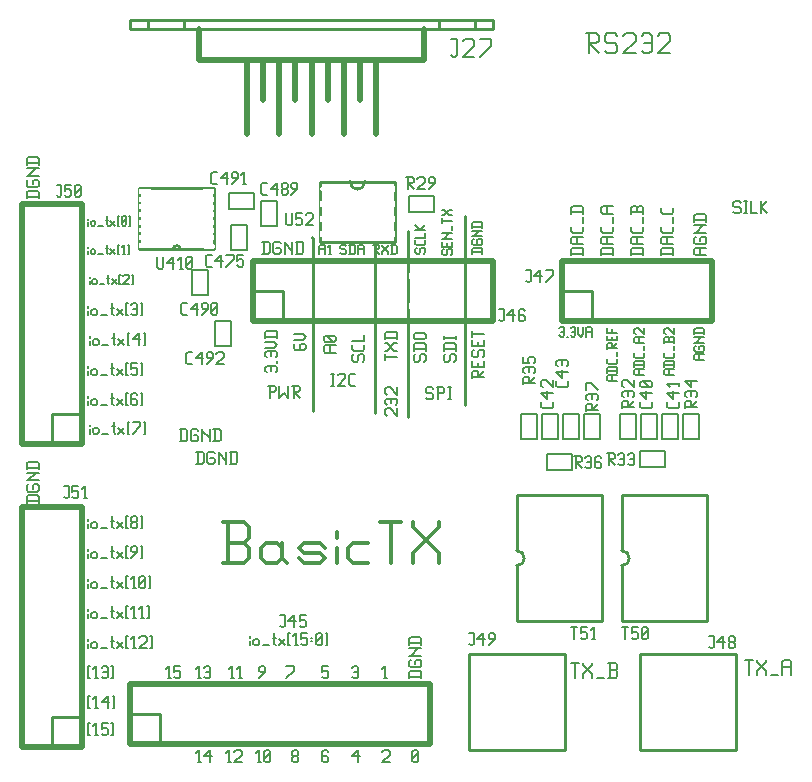
<source format=gbr>
G04 Title: TX Daughterboard, silkscreen, component side *
G04 Creator: pcb-bin 1.99p *
G04 CreationDate: Thu Dec 30 02:16:24 2004 UTC *
G04 For: matt *
G04 Format: Gerber/RS-274X *
G04 PCB-Dimensions: 275000 250000 *
G04 PCB-Coordinate-Origin: lower left *
%MOIN*%
%FSLAX24Y24*%
%IPPOS*%
%ADD11C,0.0100*%
%ADD12C,0.0160*%
%ADD13C,0.0460*%
%ADD14C,0.0220*%
%ADD15R,0.0160X0.0160*%
%ADD16R,0.0460X0.0460*%
%ADD17R,0.0220X0.0220*%
%ADD18C,0.0080*%
%ADD19R,0.0600X0.0600*%
%ADD20R,0.0660X0.0660*%
%ADD21R,0.0900X0.0900X0.0600X0.0600*%
%ADD22R,0.0900X0.0900*%
%ADD23C,0.0600*%
%ADD24C,0.0660*%
%ADD25C,0.0900X0.0600*%
%ADD26C,0.0900*%
%ADD27C,0.0125*%
%AMTHERM1*7,0,0,0.0900,0.0600,0.0125,45*%
%ADD28THERM1*%
%ADD29C,0.1300*%
%ADD30C,0.1360*%
%ADD31C,0.1600X0.1300*%
%ADD32C,0.1600*%
%ADD33C,0.0200*%
%ADD34R,0.0240X0.0240*%
%ADD35R,0.0440X0.0440*%
%ADD36R,0.0300X0.0300*%
%ADD37C,0.0060*%
%AMTHERM2*7,0,0,0.0900,0.0600,0.0100,45*%
%ADD38THERM2*%
%ADD39R,0.0540X0.0540*%
%ADD40R,0.0650X0.0650*%
%ADD41R,0.0950X0.0950*%
%ADD42C,0.1200X0.0900*%
%ADD43C,0.1200*%
%ADD44C,0.0150*%
%AMTHERM3*7,0,0,0.1200,0.0900,0.0150,45*%
%ADD45THERM3*%
%ADD46C,0.0720*%
%ADD47C,0.0920X0.0720*%
%ADD48C,0.0920*%
%ADD49C,0.0240*%
%ADD50C,0.0340*%
%ADD51C,0.0500*%
%ADD52R,0.0200X0.0200*%
%ADD53R,0.0500X0.0500*%
%ADD54C,0.0137*%
%ADD55C,0.1320*%
%ADD56C,0.1520*%
%ADD57C,0.1520X0.1320*%
%ADD58C,0.0400*%
%ADD59C,0.0600X0.0400*%
%AMTHERM4*7,0,0,0.0600,0.0400,0.0100,45*%
%ADD60THERM4*%
%ADD61C,0.0800*%
%ADD62C,0.0800X0.0600*%
%AMTHERM5*7,0,0,0.0800,0.0600,0.0160,45*%
%ADD63THERM5*%
%LNGROUP_3*%
%LPD*%
G01X0Y0D02*
G54D11*X5430Y17300D02*X6800D01*
X4300D02*X5670D01*
X4300Y19340D02*Y17300D01*
Y19340D02*X6800D01*
Y17300D01*
X5670D02*G75*G03X5430Y17300I-120J0D01*G01*
G04 Text: U410 *
G54D18*X4900Y17050D02*Y16700D01*
X4950Y16650D01*
X5050D01*
X5100Y16700D01*
Y17050D02*Y16700D01*
X5220Y16850D02*X5420Y17050D01*
X5220Y16850D02*X5470D01*
X5420Y17050D02*Y16650D01*
X5640D02*X5740D01*
X5690Y17050D02*Y16650D01*
X5590Y16950D02*X5690Y17050D01*
X5860Y16700D02*X5910Y16650D01*
X5860Y17000D02*Y16700D01*
Y17000D02*X5910Y17050D01*
X6010D01*
X6060Y17000D01*
Y16700D01*
X6010Y16650D02*X6060Y16700D01*
X5910Y16650D02*X6010D01*
X5860Y16750D02*X6060Y16950D01*
G54D11*X16100Y24950D02*Y24650D01*
X3980D02*X16100D01*
X3980Y24950D02*Y24650D01*
Y24950D02*X16100D01*
X15500D02*Y24650D01*
X14300Y24950D02*Y24650D01*
X4580Y24950D02*Y24650D01*
X5780Y24950D02*Y24650D01*
G54D33*X13800D02*Y23600D01*
X6280D02*X13800D01*
X6280Y24650D02*Y23600D01*
G54D11*Y24650D02*X13800D01*
G54D33*X12200Y23600D02*Y21140D01*
X11120Y23600D02*Y21140D01*
X10040Y23600D02*Y21140D01*
X8960Y23600D02*Y21140D01*
X7880Y23600D02*Y21140D01*
X11660Y23600D02*Y22260D01*
X10580Y23600D02*Y22260D01*
X9500Y23600D02*Y22260D01*
X8420Y23600D02*Y22260D01*
G04 Text: J27 *
G54D18*X14680Y24300D02*X14905D01*
Y23775D01*
X14830Y23700D02*X14905Y23775D01*
X14755Y23700D02*X14830D01*
X14680Y23775D02*X14755Y23700D01*
X15085Y24225D02*X15160Y24300D01*
X15385D01*
X15460Y24225D01*
Y24075D01*
X15085Y23700D02*X15460Y24075D01*
X15085Y23700D02*X15460D01*
X15640D02*X16015Y24075D01*
Y24300D02*Y24075D01*
X15640Y24300D02*X16015D01*
G54D37*X6820Y14920D02*X7360D01*
X6820D02*Y14080D01*
X7360D01*
Y14920D02*Y14080D01*
G04 Text: C492 *
G54D18*X5910Y13470D02*X6060D01*
X5860Y13520D02*X5910Y13470D01*
X5860Y13820D02*Y13520D01*
Y13820D02*X5910Y13870D01*
X6060D01*
X6180Y13670D02*X6380Y13870D01*
X6180Y13670D02*X6430D01*
X6380Y13870D02*Y13470D01*
X6550D02*X6750Y13670D01*
Y13820D02*Y13670D01*
X6700Y13870D02*X6750Y13820D01*
X6600Y13870D02*X6700D01*
X6550Y13820D02*X6600Y13870D01*
X6550Y13820D02*Y13720D01*
X6600Y13670D01*
X6750D01*
X6870Y13820D02*X6920Y13870D01*
X7070D01*
X7120Y13820D01*
Y13720D01*
X6870Y13470D02*X7120Y13720D01*
X6870Y13470D02*X7120D01*
G54D37*X8340Y18080D02*X8880D01*
Y18920D02*Y18080D01*
X8340Y18920D02*X8880D01*
X8340D02*Y18080D01*
G04 Text: C489 *
G54D18*X8410Y19120D02*X8560D01*
X8360Y19170D02*X8410Y19120D01*
X8360Y19470D02*Y19170D01*
Y19470D02*X8410Y19520D01*
X8560D01*
X8680Y19320D02*X8880Y19520D01*
X8680Y19320D02*X8930D01*
X8880Y19520D02*Y19120D01*
X9050Y19170D02*X9100Y19120D01*
X9050Y19270D02*Y19170D01*
Y19270D02*X9100Y19320D01*
X9200D01*
X9250Y19270D01*
Y19170D01*
X9200Y19120D02*X9250Y19170D01*
X9100Y19120D02*X9200D01*
X9050Y19370D02*X9100Y19320D01*
X9050Y19470D02*Y19370D01*
Y19470D02*X9100Y19520D01*
X9200D01*
X9250Y19470D01*
Y19370D01*
X9200Y19320D02*X9250Y19370D01*
X9370Y19120D02*X9570Y19320D01*
Y19470D02*Y19320D01*
X9520Y19520D02*X9570Y19470D01*
X9420Y19520D02*X9520D01*
X9370Y19470D02*X9420Y19520D01*
X9370Y19470D02*Y19370D01*
X9420Y19320D01*
X9570D01*
G54D37*X7340Y17280D02*X7880D01*
Y18120D02*Y17280D01*
X7340Y18120D02*X7880D01*
X7340D02*Y17280D01*
G04 Text: C475 *
G54D18*X6560Y16720D02*X6710D01*
X6510Y16770D02*X6560Y16720D01*
X6510Y17070D02*Y16770D01*
Y17070D02*X6560Y17120D01*
X6710D01*
X6830Y16920D02*X7030Y17120D01*
X6830Y16920D02*X7080D01*
X7030Y17120D02*Y16720D01*
X7200D02*X7450Y16970D01*
Y17120D02*Y16970D01*
X7200Y17120D02*X7450D01*
X7570D02*X7770D01*
X7570D02*Y16920D01*
X7620Y16970D01*
X7720D01*
X7770Y16920D01*
Y16770D01*
X7720Y16720D02*X7770Y16770D01*
X7620Y16720D02*X7720D01*
X7570Y16770D02*X7620Y16720D01*
G54D37*X7280Y19180D02*Y18640D01*
X8120D01*
Y19180D01*
X7280D01*
G04 Text: C491 *
G54D18*X6740Y19470D02*X6890D01*
X6690Y19520D02*X6740Y19470D01*
X6690Y19820D02*Y19520D01*
Y19820D02*X6740Y19870D01*
X6890D01*
X7010Y19670D02*X7210Y19870D01*
X7010Y19670D02*X7260D01*
X7210Y19870D02*Y19470D01*
X7380D02*X7580Y19670D01*
Y19820D02*Y19670D01*
X7530Y19870D02*X7580Y19820D01*
X7430Y19870D02*X7530D01*
X7380Y19820D02*X7430Y19870D01*
X7380Y19820D02*Y19720D01*
X7430Y19670D01*
X7580D01*
X7750Y19470D02*X7850D01*
X7800Y19870D02*Y19470D01*
X7700Y19770D02*X7800Y19870D01*
G54D37*X6040Y16620D02*X6580D01*
X6040D02*Y15780D01*
X6580D01*
Y16620D02*Y15780D01*
G04 Text: C490 *
G54D18*X5740Y15120D02*X5890D01*
X5690Y15170D02*X5740Y15120D01*
X5690Y15470D02*Y15170D01*
Y15470D02*X5740Y15520D01*
X5890D01*
X6010Y15320D02*X6210Y15520D01*
X6010Y15320D02*X6260D01*
X6210Y15520D02*Y15120D01*
X6380D02*X6580Y15320D01*
Y15470D02*Y15320D01*
X6530Y15520D02*X6580Y15470D01*
X6430Y15520D02*X6530D01*
X6380Y15470D02*X6430Y15520D01*
X6380Y15470D02*Y15370D01*
X6430Y15320D01*
X6580D01*
X6700Y15170D02*X6750Y15120D01*
X6700Y15470D02*Y15170D01*
Y15470D02*X6750Y15520D01*
X6850D01*
X6900Y15470D01*
Y15170D01*
X6850Y15120D02*X6900Y15170D01*
X6750Y15120D02*X6850D01*
X6700Y15220D02*X6900Y15420D01*
G54D33*X2400Y8700D02*Y700D01*
X400Y8700D02*X2400D01*
X400D02*Y700D01*
X2400D01*
G54D11*X1400Y1700D02*X2400D01*
X1400D02*Y700D01*
G04 Text: J51 *
G54D18*X1800Y9400D02*X1950D01*
Y9050D01*
X1900Y9000D02*X1950Y9050D01*
X1850Y9000D02*X1900D01*
X1800Y9050D02*X1850Y9000D01*
X2070Y9400D02*X2270D01*
X2070D02*Y9200D01*
X2120Y9250D01*
X2220D01*
X2270Y9200D01*
Y9050D01*
X2220Y9000D02*X2270Y9050D01*
X2120Y9000D02*X2220D01*
X2070Y9050D02*X2120Y9000D01*
X2440D02*X2540D01*
X2490Y9400D02*Y9000D01*
X2390Y9300D02*X2490Y9400D01*
G54D33*X2400Y18800D02*Y10800D01*
X400Y18800D02*X2400D01*
X400D02*Y10800D01*
X2400D01*
G54D11*X1400Y11800D02*X2400D01*
X1400D02*Y10800D01*
G04 Text: J50 *
G54D18*X1550Y19450D02*X1700D01*
Y19100D01*
X1650Y19050D02*X1700Y19100D01*
X1600Y19050D02*X1650D01*
X1550Y19100D02*X1600Y19050D01*
X1820Y19450D02*X2020D01*
X1820D02*Y19250D01*
X1870Y19300D01*
X1970D01*
X2020Y19250D01*
Y19100D01*
X1970Y19050D02*X2020Y19100D01*
X1870Y19050D02*X1970D01*
X1820Y19100D02*X1870Y19050D01*
X2140Y19100D02*X2190Y19050D01*
X2140Y19400D02*Y19100D01*
Y19400D02*X2190Y19450D01*
X2290D01*
X2340Y19400D01*
Y19100D01*
X2290Y19050D02*X2340Y19100D01*
X2190Y19050D02*X2290D01*
X2140Y19150D02*X2340Y19350D01*
G54D11*X4000Y1800D02*X5000D01*
Y800D01*
G54D33*X4000Y2800D02*Y800D01*
Y2800D02*X14000D01*
Y800D01*
X4000D02*X14000D01*
G04 Text: J45 *
G54D18*X9000Y5100D02*X9150D01*
Y4750D01*
X9100Y4700D02*X9150Y4750D01*
X9050Y4700D02*X9100D01*
X9000Y4750D02*X9050Y4700D01*
X9270Y4900D02*X9470Y5100D01*
X9270Y4900D02*X9520D01*
X9470Y5100D02*Y4700D01*
X9640Y5100D02*X9840D01*
X9640D02*Y4900D01*
X9690Y4950D01*
X9790D01*
X9840Y4900D01*
Y4750D01*
X9790Y4700D02*X9840Y4750D01*
X9690Y4700D02*X9790D01*
X9640Y4750D02*X9690Y4700D01*
G54D37*X22430Y11820D02*Y10980D01*
Y11820D02*X22970D01*
Y10980D01*
X22430D02*X22970D01*
G04 Text: R34 *
G54D18*X22500Y12200D02*Y12000D01*
Y12200D02*X22550Y12250D01*
X22650D01*
X22700Y12200D02*X22650Y12250D01*
X22700Y12200D02*Y12050D01*
X22500D02*X22900D01*
X22700D02*X22900Y12250D01*
X22550Y12370D02*X22500Y12420D01*
Y12520D02*Y12420D01*
Y12520D02*X22550Y12570D01*
X22850D01*
X22900Y12520D02*X22850Y12570D01*
X22900Y12520D02*Y12420D01*
X22850Y12370D02*X22900Y12420D01*
X22700Y12570D02*Y12420D01*
Y12690D02*X22500Y12890D01*
X22700Y12940D02*Y12690D01*
X22500Y12890D02*X22900D01*
G54D11*X16880Y9100D02*Y7250D01*
Y6750D02*Y4900D01*
Y9100D02*X19720D01*
Y4900D01*
X16880D02*X19720D01*
X16880Y6750D02*G75*G03X16880Y7250I0J250D01*G01*
G04 Text: T51 *
G54D18*X18700Y4700D02*X18900D01*
X18800D02*Y4300D01*
X19020Y4700D02*X19220D01*
X19020D02*Y4500D01*
X19070Y4550D01*
X19170D01*
X19220Y4500D01*
Y4350D01*
X19170Y4300D02*X19220Y4350D01*
X19070Y4300D02*X19170D01*
X19020Y4350D02*X19070Y4300D01*
X19390D02*X19490D01*
X19440Y4700D02*Y4300D01*
X19340Y4600D02*X19440Y4700D01*
G54D37*X20980Y10570D02*X21820D01*
Y10030D01*
X20980D02*X21820D01*
X20980Y10570D02*Y10030D01*
G04 Text: R33 *
G54D18*X19900Y10500D02*X20100D01*
X20150Y10450D01*
Y10350D01*
X20100Y10300D02*X20150Y10350D01*
X19950Y10300D02*X20100D01*
X19950Y10500D02*Y10100D01*
Y10300D02*X20150Y10100D01*
X20270Y10450D02*X20320Y10500D01*
X20420D01*
X20470Y10450D01*
Y10150D01*
X20420Y10100D02*X20470Y10150D01*
X20320Y10100D02*X20420D01*
X20270Y10150D02*X20320Y10100D01*
Y10300D02*X20470D01*
X20590Y10450D02*X20640Y10500D01*
X20740D01*
X20790Y10450D01*
Y10150D01*
X20740Y10100D02*X20790Y10150D01*
X20640Y10100D02*X20740D01*
X20590Y10150D02*X20640Y10100D01*
Y10300D02*X20790D01*
G54D37*X21030Y11820D02*Y10980D01*
Y11820D02*X21570D01*
Y10980D01*
X21030D02*X21570D01*
G04 Text: C40 *
G54D18*X21400Y12200D02*Y12050D01*
X21350Y12000D02*X21400Y12050D01*
X21050Y12000D02*X21350D01*
X21050D02*X21000Y12050D01*
Y12200D02*Y12050D01*
X21200Y12320D02*X21000Y12520D01*
X21200Y12570D02*Y12320D01*
X21000Y12520D02*X21400D01*
X21350Y12690D02*X21400Y12740D01*
X21050Y12690D02*X21350D01*
X21050D02*X21000Y12740D01*
Y12840D02*Y12740D01*
Y12840D02*X21050Y12890D01*
X21350D01*
X21400Y12840D02*X21350Y12890D01*
X21400Y12840D02*Y12740D01*
X21300Y12690D02*X21100Y12890D01*
G54D37*X20330Y11820D02*Y10980D01*
Y11820D02*X20870D01*
Y10980D01*
X20330D02*X20870D01*
G04 Text: R32 *
G54D18*X20400Y12200D02*Y12000D01*
Y12200D02*X20450Y12250D01*
X20550D01*
X20600Y12200D02*X20550Y12250D01*
X20600Y12200D02*Y12050D01*
X20400D02*X20800D01*
X20600D02*X20800Y12250D01*
X20450Y12370D02*X20400Y12420D01*
Y12520D02*Y12420D01*
Y12520D02*X20450Y12570D01*
X20750D01*
X20800Y12520D02*X20750Y12570D01*
X20800Y12520D02*Y12420D01*
X20750Y12370D02*X20800Y12420D01*
X20600Y12570D02*Y12420D01*
X20450Y12690D02*X20400Y12740D01*
Y12890D02*Y12740D01*
Y12890D02*X20450Y12940D01*
X20550D01*
X20800Y12690D02*X20550Y12940D01*
X20800D02*Y12690D01*
G54D37*X19130Y11820D02*Y10980D01*
Y11820D02*X19670D01*
Y10980D01*
X19130D02*X19670D01*
G04 Text: R37 *
G54D18*X19200Y12100D02*Y11900D01*
Y12100D02*X19250Y12150D01*
X19350D01*
X19400Y12100D02*X19350Y12150D01*
X19400Y12100D02*Y11950D01*
X19200D02*X19600D01*
X19400D02*X19600Y12150D01*
X19250Y12270D02*X19200Y12320D01*
Y12420D02*Y12320D01*
Y12420D02*X19250Y12470D01*
X19550D01*
X19600Y12420D02*X19550Y12470D01*
X19600Y12420D02*Y12320D01*
X19550Y12270D02*X19600Y12320D01*
X19400Y12470D02*Y12320D01*
X19600Y12590D02*X19350Y12840D01*
X19200D02*X19350D01*
X19200D02*Y12590D01*
G54D37*X17730Y11820D02*Y10980D01*
Y11820D02*X18270D01*
Y10980D01*
X17730D02*X18270D01*
G04 Text: C42 *
G54D18*X18100Y12200D02*Y12050D01*
X18050Y12000D02*X18100Y12050D01*
X17750Y12000D02*X18050D01*
X17750D02*X17700Y12050D01*
Y12200D02*Y12050D01*
X17900Y12320D02*X17700Y12520D01*
X17900Y12570D02*Y12320D01*
X17700Y12520D02*X18100D01*
X17750Y12690D02*X17700Y12740D01*
Y12890D02*Y12740D01*
Y12890D02*X17750Y12940D01*
X17850D01*
X18100Y12690D02*X17850Y12940D01*
X18100D02*Y12690D01*
G54D37*X17030Y11820D02*Y10980D01*
Y11820D02*X17570D01*
Y10980D01*
X17030D02*X17570D01*
G04 Text: R35 *
G54D18*X17100Y13000D02*Y12800D01*
Y13000D02*X17150Y13050D01*
X17250D01*
X17300Y13000D02*X17250Y13050D01*
X17300Y13000D02*Y12850D01*
X17100D02*X17500D01*
X17300D02*X17500Y13050D01*
X17150Y13170D02*X17100Y13220D01*
Y13320D02*Y13220D01*
Y13320D02*X17150Y13370D01*
X17450D01*
X17500Y13320D02*X17450Y13370D01*
X17500Y13320D02*Y13220D01*
X17450Y13170D02*X17500Y13220D01*
X17300Y13370D02*Y13220D01*
X17100Y13690D02*Y13490D01*
X17300D01*
X17250Y13540D01*
Y13640D02*Y13540D01*
Y13640D02*X17300Y13690D01*
X17450D01*
X17500Y13640D02*X17450Y13690D01*
X17500Y13640D02*Y13540D01*
X17450Y13490D02*X17500Y13540D01*
G54D37*X18430Y11820D02*Y10980D01*
Y11820D02*X18970D01*
Y10980D01*
X18430D02*X18970D01*
G04 Text: C43 *
G54D18*X18600Y12900D02*Y12750D01*
X18550Y12700D02*X18600Y12750D01*
X18250Y12700D02*X18550D01*
X18250D02*X18200Y12750D01*
Y12900D02*Y12750D01*
X18400Y13020D02*X18200Y13220D01*
X18400Y13270D02*Y13020D01*
X18200Y13220D02*X18600D01*
X18250Y13390D02*X18200Y13440D01*
Y13540D02*Y13440D01*
Y13540D02*X18250Y13590D01*
X18550D01*
X18600Y13540D02*X18550Y13590D01*
X18600Y13540D02*Y13440D01*
X18550Y13390D02*X18600Y13440D01*
X18400Y13590D02*Y13440D01*
G54D33*Y14900D02*X23400D01*
Y16900D02*Y14900D01*
X18400Y16900D02*X23400D01*
X18400D02*Y14900D01*
G54D11*X19400Y15900D02*Y14900D01*
X18400Y15900D02*X19400D01*
G04 Text: J47 *
G54D18*X17200Y16600D02*X17350D01*
Y16250D01*
X17300Y16200D02*X17350Y16250D01*
X17250Y16200D02*X17300D01*
X17200Y16250D02*X17250Y16200D01*
X17470Y16400D02*X17670Y16600D01*
X17470Y16400D02*X17720D01*
X17670Y16600D02*Y16200D01*
X17840D02*X18090Y16450D01*
Y16600D02*Y16450D01*
X17840Y16600D02*X18090D01*
G54D37*X17880Y10470D02*X18720D01*
Y9930D01*
X17880D02*X18720D01*
X17880Y10470D02*Y9930D01*
G04 Text: R36 *
G54D18*X18800Y10400D02*X19000D01*
X19050Y10350D01*
Y10250D01*
X19000Y10200D02*X19050Y10250D01*
X18850Y10200D02*X19000D01*
X18850Y10400D02*Y10000D01*
Y10200D02*X19050Y10000D01*
X19170Y10350D02*X19220Y10400D01*
X19320D01*
X19370Y10350D01*
Y10050D01*
X19320Y10000D02*X19370Y10050D01*
X19220Y10000D02*X19320D01*
X19170Y10050D02*X19220Y10000D01*
Y10200D02*X19370D01*
X19640Y10400D02*X19690Y10350D01*
X19540Y10400D02*X19640D01*
X19490Y10350D02*X19540Y10400D01*
X19490Y10350D02*Y10050D01*
X19540Y10000D01*
X19640Y10200D02*X19690Y10150D01*
X19490Y10200D02*X19640D01*
X19540Y10000D02*X19640D01*
X19690Y10050D01*
Y10150D02*Y10050D01*
G54D11*X21000Y600D02*Y3800D01*
X24200Y600D02*X21000D01*
X24200Y3800D02*Y600D01*
X21000Y3800D02*X24200D01*
G04 Text: J48 *
G54D18*X23300Y4400D02*X23450D01*
Y4050D01*
X23400Y4000D02*X23450Y4050D01*
X23350Y4000D02*X23400D01*
X23300Y4050D02*X23350Y4000D01*
X23570Y4200D02*X23770Y4400D01*
X23570Y4200D02*X23820D01*
X23770Y4400D02*Y4000D01*
X23940Y4050D02*X23990Y4000D01*
X23940Y4150D02*Y4050D01*
Y4150D02*X23990Y4200D01*
X24090D01*
X24140Y4150D01*
Y4050D01*
X24090Y4000D02*X24140Y4050D01*
X23990Y4000D02*X24090D01*
X23940Y4250D02*X23990Y4200D01*
X23940Y4350D02*Y4250D01*
Y4350D02*X23990Y4400D01*
X24090D01*
X24140Y4350D01*
Y4250D01*
X24090Y4200D02*X24140Y4250D01*
G54D11*X20380Y9100D02*Y7250D01*
Y6750D02*Y4900D01*
Y9100D02*X23220D01*
Y4900D01*
X20380D02*X23220D01*
X20380Y6750D02*G75*G03X20380Y7250I0J250D01*G01*
G04 Text: T50 *
G54D18*X20400Y4700D02*X20600D01*
X20500D02*Y4300D01*
X20720Y4700D02*X20920D01*
X20720D02*Y4500D01*
X20770Y4550D01*
X20870D01*
X20920Y4500D01*
Y4350D01*
X20870Y4300D02*X20920Y4350D01*
X20770Y4300D02*X20870D01*
X20720Y4350D02*X20770Y4300D01*
X21040Y4350D02*X21090Y4300D01*
X21040Y4650D02*Y4350D01*
Y4650D02*X21090Y4700D01*
X21190D01*
X21240Y4650D01*
Y4350D01*
X21190Y4300D02*X21240Y4350D01*
X21090Y4300D02*X21190D01*
X21040Y4400D02*X21240Y4600D01*
G54D33*X8100Y14900D02*X16100D01*
Y16900D02*Y14900D01*
X8100Y16900D02*X16100D01*
X8100D02*Y14900D01*
G54D11*X9100Y15900D02*Y14900D01*
X8100Y15900D02*X9100D01*
G04 Text: J46 *
G54D18*X16300Y15300D02*X16450D01*
Y14950D01*
X16400Y14900D02*X16450Y14950D01*
X16350Y14900D02*X16400D01*
X16300Y14950D02*X16350Y14900D01*
X16570Y15100D02*X16770Y15300D01*
X16570Y15100D02*X16820D01*
X16770Y15300D02*Y14900D01*
X17090Y15300D02*X17140Y15250D01*
X16990Y15300D02*X17090D01*
X16940Y15250D02*X16990Y15300D01*
X16940Y15250D02*Y14950D01*
X16990Y14900D01*
X17090Y15100D02*X17140Y15050D01*
X16940Y15100D02*X17090D01*
X16990Y14900D02*X17090D01*
X17140Y14950D01*
Y15050D02*Y14950D01*
G54D11*X15300Y600D02*Y3800D01*
X18500Y600D02*X15300D01*
X18500Y3800D02*Y600D01*
X15300Y3800D02*X18500D01*
G04 Text: J49 *
G54D18*X15300Y4500D02*X15450D01*
Y4150D01*
X15400Y4100D02*X15450Y4150D01*
X15350Y4100D02*X15400D01*
X15300Y4150D02*X15350Y4100D01*
X15570Y4300D02*X15770Y4500D01*
X15570Y4300D02*X15820D01*
X15770Y4500D02*Y4100D01*
X15940D02*X16140Y4300D01*
Y4450D02*Y4300D01*
X16090Y4500D02*X16140Y4450D01*
X15990Y4500D02*X16090D01*
X15940Y4450D02*X15990Y4500D01*
X15940Y4450D02*Y4350D01*
X15990Y4300D01*
X16140D01*
G54D37*X21730Y11820D02*Y10980D01*
Y11820D02*X22270D01*
Y10980D01*
X21730D02*X22270D01*
G04 Text: C41 *
G54D18*X22300Y12200D02*Y12050D01*
X22250Y12000D02*X22300Y12050D01*
X21950Y12000D02*X22250D01*
X21950D02*X21900Y12050D01*
Y12200D02*Y12050D01*
X22100Y12320D02*X21900Y12520D01*
X22100Y12570D02*Y12320D01*
X21900Y12520D02*X22300D01*
Y12840D02*Y12740D01*
X21900Y12790D02*X22300D01*
X22000Y12690D02*X21900Y12790D01*
G54D37*X14120Y19070D02*Y18530D01*
X13280Y19070D02*X14120D01*
X13280D02*Y18530D01*
X14120D01*
G04 Text: R29 *
G54D18*X13200Y19700D02*X13400D01*
X13450Y19650D01*
Y19550D01*
X13400Y19500D02*X13450Y19550D01*
X13250Y19500D02*X13400D01*
X13250Y19700D02*Y19300D01*
Y19500D02*X13450Y19300D01*
X13570Y19650D02*X13620Y19700D01*
X13770D01*
X13820Y19650D01*
Y19550D01*
X13570Y19300D02*X13820Y19550D01*
X13570Y19300D02*X13820D01*
X13940D02*X14140Y19500D01*
Y19650D02*Y19500D01*
X14090Y19700D02*X14140Y19650D01*
X13990Y19700D02*X14090D01*
X13940Y19650D02*X13990Y19700D01*
X13940Y19650D02*Y19550D01*
X13990Y19500D01*
X14140D01*
G54D11*X10310Y19550D02*Y17550D01*
X12830D01*
Y19550D02*Y17550D01*
X11320Y19550D02*X12830D01*
X10310D02*X11820D01*
X11320D02*G75*G03X11820Y19550I250J0D01*G01*
G04 Text: U52 *
G54D18*X9200Y18500D02*Y18150D01*
X9250Y18100D01*
X9350D01*
X9400Y18150D01*
Y18500D02*Y18150D01*
X9520Y18500D02*X9720D01*
X9520D02*Y18300D01*
X9570Y18350D01*
X9670D01*
X9720Y18300D01*
Y18150D01*
X9670Y18100D02*X9720Y18150D01*
X9570Y18100D02*X9670D01*
X9520Y18150D02*X9570Y18100D01*
X9840Y18450D02*X9890Y18500D01*
X10040D01*
X10090Y18450D01*
Y18350D01*
X9840Y18100D02*X10090Y18350D01*
X9840Y18100D02*X10090D01*
G54D11*X15150Y12100D02*Y18400D01*
X13250Y11700D02*Y17900D01*
X12150Y11850D02*Y17450D01*
X10100Y17650D02*X10050Y17700D01*
X10100Y11900D02*Y17650D01*
G04 Text: 232 *
G54D18*X12550Y11750D02*X12500Y11800D01*
Y11950D02*Y11800D01*
Y11950D02*X12550Y12000D01*
X12650D01*
X12900Y11750D02*X12650Y12000D01*
X12900D02*Y11750D01*
X12550Y12120D02*X12500Y12170D01*
Y12270D02*Y12170D01*
Y12270D02*X12550Y12320D01*
X12850D01*
X12900Y12270D02*X12850Y12320D01*
X12900Y12270D02*Y12170D01*
X12850Y12120D02*X12900Y12170D01*
X12700Y12320D02*Y12170D01*
X12550Y12440D02*X12500Y12490D01*
Y12640D02*Y12490D01*
Y12640D02*X12550Y12690D01*
X12650D01*
X12900Y12440D02*X12650Y12690D01*
X12900D02*Y12440D01*
G04 Text: SPI *
X14050Y12700D02*X14100Y12650D01*
X13900Y12700D02*X14050D01*
X13850Y12650D02*X13900Y12700D01*
X13850Y12650D02*Y12550D01*
X13900Y12500D01*
X14050D01*
X14100Y12450D01*
Y12350D01*
X14050Y12300D02*X14100Y12350D01*
X13900Y12300D02*X14050D01*
X13850Y12350D02*X13900Y12300D01*
X14270Y12700D02*Y12300D01*
X14220Y12700D02*X14420D01*
X14470Y12650D01*
Y12550D01*
X14420Y12500D02*X14470Y12550D01*
X14270Y12500D02*X14420D01*
X14590Y12700D02*X14690D01*
X14640D02*Y12300D01*
X14590D02*X14690D01*
G04 Text: I2C *
X10700Y13150D02*X10800D01*
X10750D02*Y12750D01*
X10700D02*X10800D01*
X10920Y13100D02*X10970Y13150D01*
X11120D01*
X11170Y13100D01*
Y13000D01*
X10920Y12750D02*X11170Y13000D01*
X10920Y12750D02*X11170D01*
X11340D02*X11490D01*
X11290Y12800D02*X11340Y12750D01*
X11290Y13100D02*Y12800D01*
Y13100D02*X11340Y13150D01*
X11490D01*
G04 Text: PWR *
X8650Y12750D02*Y12350D01*
X8600Y12750D02*X8800D01*
X8850Y12700D01*
Y12600D01*
X8800Y12550D02*X8850Y12600D01*
X8650Y12550D02*X8800D01*
X8970Y12750D02*Y12350D01*
X9120Y12500D01*
X9270Y12350D01*
Y12750D02*Y12350D01*
X9390Y12750D02*X9590D01*
X9640Y12700D01*
Y12600D01*
X9590Y12550D02*X9640Y12600D01*
X9440Y12550D02*X9590D01*
X9440Y12750D02*Y12350D01*
Y12550D02*X9640Y12350D01*
G04 Text: SDA *
X11156Y17450D02*X11195Y17411D01*
X11039Y17450D02*X11156D01*
X11000Y17411D02*X11039Y17450D01*
X11000Y17411D02*Y17333D01*
X11039Y17294D01*
X11156D01*
X11195Y17255D01*
Y17177D01*
X11156Y17138D02*X11195Y17177D01*
X11039Y17138D02*X11156D01*
X11000Y17177D02*X11039Y17138D01*
X11327Y17450D02*Y17138D01*
X11444Y17450D02*X11483Y17411D01*
Y17177D01*
X11444Y17138D02*X11483Y17177D01*
X11288Y17138D02*X11444D01*
X11288Y17450D02*X11444D01*
X11577Y17411D02*Y17138D01*
Y17411D02*X11616Y17450D01*
X11733D01*
X11772Y17411D01*
Y17138D01*
X11577Y17294D02*X11772D01*
G04 Text: A1 *
X10300Y17411D02*Y17138D01*
Y17411D02*X10339Y17450D01*
X10456D01*
X10495Y17411D01*
Y17138D01*
X10300Y17294D02*X10495D01*
X10627Y17138D02*X10705D01*
X10666Y17450D02*Y17138D01*
X10588Y17372D02*X10666Y17450D01*
G04 Text: RXD *
X12100D02*X12256D01*
X12295Y17411D01*
Y17333D01*
X12256Y17294D02*X12295Y17333D01*
X12139Y17294D02*X12256D01*
X12139Y17450D02*Y17138D01*
Y17294D02*X12295Y17138D01*
X12388Y17450D02*Y17411D01*
X12583Y17216D01*
Y17138D01*
X12388Y17216D02*Y17138D01*
Y17216D02*X12583Y17411D01*
Y17450D02*Y17411D01*
X12716Y17450D02*Y17138D01*
X12833Y17450D02*X12872Y17411D01*
Y17177D01*
X12833Y17138D02*X12872Y17177D01*
X12677Y17138D02*X12833D01*
X12677Y17450D02*X12833D01*
G04 Text: SCLK *
X13500Y17306D02*X13539Y17345D01*
X13500Y17306D02*Y17189D01*
X13539Y17150D02*X13500Y17189D01*
X13539Y17150D02*X13617D01*
X13656Y17189D01*
Y17306D02*Y17189D01*
Y17306D02*X13695Y17345D01*
X13773D01*
X13812Y17306D02*X13773Y17345D01*
X13812Y17306D02*Y17189D01*
X13773Y17150D02*X13812Y17189D01*
Y17594D02*Y17477D01*
X13773Y17438D02*X13812Y17477D01*
X13539Y17438D02*X13773D01*
X13539D02*X13500Y17477D01*
Y17594D02*Y17477D01*
Y17688D02*X13812D01*
Y17844D02*Y17688D01*
X13500Y17938D02*X13812D01*
X13656D02*X13500Y18094D01*
X13656Y17938D02*X13812Y18094D01*
G04 Text: SEN_TX *
X14400Y17256D02*X14439Y17295D01*
X14400Y17256D02*Y17139D01*
X14439Y17100D02*X14400Y17139D01*
X14439Y17100D02*X14517D01*
X14556Y17139D01*
Y17256D02*Y17139D01*
Y17256D02*X14595Y17295D01*
X14673D01*
X14712Y17256D02*X14673Y17295D01*
X14712Y17256D02*Y17139D01*
X14673Y17100D02*X14712Y17139D01*
X14556Y17505D02*Y17388D01*
X14712Y17544D02*Y17388D01*
X14400D02*X14712D01*
X14400Y17544D02*Y17388D01*
Y17638D02*X14712D01*
X14400D02*X14439D01*
X14634Y17833D01*
X14400D02*X14712D01*
Y18083D02*Y17927D01*
X14400Y18332D02*Y18176D01*
Y18254D02*X14712D01*
X14400Y18426D02*X14439D01*
X14634Y18621D01*
X14712D01*
X14634Y18426D02*X14712D01*
X14634D02*X14439Y18621D01*
X14400D02*X14439D01*
G04 Text: DGND *
X15400Y17189D02*X15712D01*
X15400Y17306D02*X15439Y17345D01*
X15673D01*
X15712Y17306D02*X15673Y17345D01*
X15712Y17306D02*Y17150D01*
X15400Y17306D02*Y17150D01*
Y17594D02*X15439Y17633D01*
X15400Y17594D02*Y17477D01*
X15439Y17438D02*X15400Y17477D01*
X15439Y17438D02*X15673D01*
X15712Y17477D01*
Y17594D02*Y17477D01*
Y17594D02*X15673Y17633D01*
X15595D02*X15673D01*
X15556Y17594D02*X15595Y17633D01*
X15556Y17594D02*Y17516D01*
X15400Y17727D02*X15712D01*
X15400D02*X15439D01*
X15634Y17922D01*
X15400D02*X15712D01*
X15400Y18055D02*X15712D01*
X15400Y18172D02*X15439Y18211D01*
X15673D01*
X15712Y18172D02*X15673Y18211D01*
X15712Y18172D02*Y18016D01*
X15400Y18172D02*Y18016D01*
G04 Text: RESET *
Y13200D02*Y13000D01*
Y13200D02*X15450Y13250D01*
X15550D01*
X15600Y13200D02*X15550Y13250D01*
X15600Y13200D02*Y13050D01*
X15400D02*X15800D01*
X15600D02*X15800Y13250D01*
X15600Y13520D02*Y13370D01*
X15800Y13570D02*Y13370D01*
X15400D02*X15800D01*
X15400Y13570D02*Y13370D01*
Y13890D02*X15450Y13940D01*
X15400Y13890D02*Y13740D01*
X15450Y13690D02*X15400Y13740D01*
X15450Y13690D02*X15550D01*
X15600Y13740D01*
Y13890D02*Y13740D01*
Y13890D02*X15650Y13940D01*
X15750D01*
X15800Y13890D02*X15750Y13940D01*
X15800Y13890D02*Y13740D01*
X15750Y13690D02*X15800Y13740D01*
X15600Y14210D02*Y14060D01*
X15800Y14260D02*Y14060D01*
X15400D02*X15800D01*
X15400Y14260D02*Y14060D01*
Y14580D02*Y14380D01*
Y14480D02*X15800D01*
G04 Text: SDI *
X14450Y13750D02*X14500Y13800D01*
X14450Y13750D02*Y13600D01*
X14500Y13550D02*X14450Y13600D01*
X14500Y13550D02*X14600D01*
X14650Y13600D01*
Y13750D02*Y13600D01*
Y13750D02*X14700Y13800D01*
X14800D01*
X14850Y13750D02*X14800Y13800D01*
X14850Y13750D02*Y13600D01*
X14800Y13550D02*X14850Y13600D01*
X14450Y13970D02*X14850D01*
X14450Y14120D02*X14500Y14170D01*
X14800D01*
X14850Y14120D02*X14800Y14170D01*
X14850Y14120D02*Y13920D01*
X14450Y14120D02*Y13920D01*
Y14390D02*Y14290D01*
Y14340D02*X14850D01*
Y14390D02*Y14290D01*
G04 Text: SDO *
X13450Y13750D02*X13500Y13800D01*
X13450Y13750D02*Y13600D01*
X13500Y13550D02*X13450Y13600D01*
X13500Y13550D02*X13600D01*
X13650Y13600D01*
Y13750D02*Y13600D01*
Y13750D02*X13700Y13800D01*
X13800D01*
X13850Y13750D02*X13800Y13800D01*
X13850Y13750D02*Y13600D01*
X13800Y13550D02*X13850Y13600D01*
X13450Y13970D02*X13850D01*
X13450Y14120D02*X13500Y14170D01*
X13800D01*
X13850Y14120D02*X13800Y14170D01*
X13850Y14120D02*Y13920D01*
X13450Y14120D02*Y13920D01*
X13500Y14290D02*X13800D01*
X13500D02*X13450Y14340D01*
Y14440D02*Y14340D01*
Y14440D02*X13500Y14490D01*
X13800D01*
X13850Y14440D02*X13800Y14490D01*
X13850Y14440D02*Y14340D01*
X13800Y14290D02*X13850Y14340D01*
G04 Text: TXD *
X12500Y13800D02*Y13600D01*
Y13700D02*X12900D01*
X12500Y13920D02*X12550D01*
X12800Y14170D01*
X12900D01*
X12800Y13920D02*X12900D01*
X12800D02*X12550Y14170D01*
X12500D02*X12550D01*
X12500Y14340D02*X12900D01*
X12500Y14490D02*X12550Y14540D01*
X12850D01*
X12900Y14490D02*X12850Y14540D01*
X12900Y14490D02*Y14290D01*
X12500Y14490D02*Y14290D01*
G04 Text: SCL *
X11400Y13750D02*X11450Y13800D01*
X11400Y13750D02*Y13600D01*
X11450Y13550D02*X11400Y13600D01*
X11450Y13550D02*X11550D01*
X11600Y13600D01*
Y13750D02*Y13600D01*
Y13750D02*X11650Y13800D01*
X11750D01*
X11800Y13750D02*X11750Y13800D01*
X11800Y13750D02*Y13600D01*
X11750Y13550D02*X11800Y13600D01*
Y14120D02*Y13970D01*
X11750Y13920D02*X11800Y13970D01*
X11450Y13920D02*X11750D01*
X11450D02*X11400Y13970D01*
Y14120D02*Y13970D01*
Y14240D02*X11800D01*
Y14440D02*Y14240D01*
G04 Text: A0 *
X10500Y13850D02*X10850D01*
X10500D02*X10450Y13900D01*
Y14050D02*Y13900D01*
Y14050D02*X10500Y14100D01*
X10850D01*
X10650D02*Y13850D01*
X10800Y14220D02*X10850Y14270D01*
X10500Y14220D02*X10800D01*
X10500D02*X10450Y14270D01*
Y14370D02*Y14270D01*
Y14370D02*X10500Y14420D01*
X10800D01*
X10850Y14370D02*X10800Y14420D01*
X10850Y14370D02*Y14270D01*
X10750Y14220D02*X10550Y14420D01*
G04 Text: 6V *
X9450Y14100D02*X9500Y14150D01*
X9450Y14100D02*Y14000D01*
X9500Y13950D02*X9450Y14000D01*
X9500Y13950D02*X9800D01*
X9850Y14000D01*
X9650Y14100D02*X9700Y14150D01*
X9650Y14100D02*Y13950D01*
X9850Y14100D02*Y14000D01*
Y14100D02*X9800Y14150D01*
X9700D02*X9800D01*
X9450Y14270D02*X9750D01*
X9850Y14370D01*
X9750Y14470D01*
X9450D02*X9750D01*
G04 Text: 3.3VD *
X8550Y13200D02*X8500Y13250D01*
Y13350D02*Y13250D01*
Y13350D02*X8550Y13400D01*
X8850D01*
X8900Y13350D02*X8850Y13400D01*
X8900Y13350D02*Y13250D01*
X8850Y13200D02*X8900Y13250D01*
X8700Y13400D02*Y13250D01*
X8900Y13570D02*Y13520D01*
X8550Y13690D02*X8500Y13740D01*
Y13840D02*Y13740D01*
Y13840D02*X8550Y13890D01*
X8850D01*
X8900Y13840D02*X8850Y13890D01*
X8900Y13840D02*Y13740D01*
X8850Y13690D02*X8900Y13740D01*
X8700Y13890D02*Y13740D01*
X8500Y14010D02*X8800D01*
X8900Y14110D01*
X8800Y14210D01*
X8500D02*X8800D01*
X8500Y14380D02*X8900D01*
X8500Y14530D02*X8550Y14580D01*
X8850D01*
X8900Y14530D02*X8850Y14580D01*
X8900Y14530D02*Y14330D01*
X8500Y14530D02*Y14330D01*
G04 Text: DGND *
X8450Y17550D02*Y17150D01*
X8600Y17550D02*X8650Y17500D01*
Y17200D01*
X8600Y17150D02*X8650Y17200D01*
X8400Y17150D02*X8600D01*
X8400Y17550D02*X8600D01*
X8970D02*X9020Y17500D01*
X8820Y17550D02*X8970D01*
X8770Y17500D02*X8820Y17550D01*
X8770Y17500D02*Y17200D01*
X8820Y17150D01*
X8970D01*
X9020Y17200D01*
Y17300D02*Y17200D01*
X8970Y17350D02*X9020Y17300D01*
X8870Y17350D02*X8970D01*
X9140Y17550D02*Y17150D01*
Y17550D02*Y17500D01*
X9390Y17250D01*
Y17550D02*Y17150D01*
X9560Y17550D02*Y17150D01*
X9710Y17550D02*X9760Y17500D01*
Y17200D01*
X9710Y17150D02*X9760Y17200D01*
X9510Y17150D02*X9710D01*
X9510Y17550D02*X9710D01*
G04 Text: 3.3VA *
X18300Y14661D02*X18339Y14700D01*
X18417D01*
X18456Y14661D01*
Y14427D01*
X18417Y14388D02*X18456Y14427D01*
X18339Y14388D02*X18417D01*
X18300Y14427D02*X18339Y14388D01*
Y14544D02*X18456D01*
X18549Y14388D02*X18588D01*
X18682Y14661D02*X18721Y14700D01*
X18799D01*
X18838Y14661D01*
Y14427D01*
X18799Y14388D02*X18838Y14427D01*
X18721Y14388D02*X18799D01*
X18682Y14427D02*X18721Y14388D01*
Y14544D02*X18838D01*
X18932Y14700D02*Y14466D01*
X19010Y14388D01*
X19088Y14466D01*
Y14700D02*Y14466D01*
X19181Y14661D02*Y14388D01*
Y14661D02*X19220Y14700D01*
X19337D01*
X19376Y14661D01*
Y14388D01*
X19181Y14544D02*X19376D01*
G04 Text: AGND *
X22839Y13600D02*X23112D01*
X22839D02*X22800Y13639D01*
Y13756D02*Y13639D01*
Y13756D02*X22839Y13795D01*
X23112D01*
X22956D02*Y13600D01*
X22800Y14044D02*X22839Y14083D01*
X22800Y14044D02*Y13927D01*
X22839Y13888D02*X22800Y13927D01*
X22839Y13888D02*X23073D01*
X23112Y13927D01*
Y14044D02*Y13927D01*
Y14044D02*X23073Y14083D01*
X22995D02*X23073D01*
X22956Y14044D02*X22995Y14083D01*
X22956Y14044D02*Y13966D01*
X22800Y14177D02*X23112D01*
X22800D02*X22839D01*
X23034Y14372D01*
X22800D02*X23112D01*
X22800Y14505D02*X23112D01*
X22800Y14622D02*X22839Y14661D01*
X23073D01*
X23112Y14622D02*X23073Y14661D01*
X23112Y14622D02*Y14466D01*
X22800Y14622D02*Y14466D01*
G04 Text: ADC_REF *
X19939Y12900D02*X20212D01*
X19939D02*X19900Y12939D01*
Y13056D02*Y12939D01*
Y13056D02*X19939Y13095D01*
X20212D01*
X20056D02*Y12900D01*
X19900Y13227D02*X20212D01*
X19900Y13344D02*X19939Y13383D01*
X20173D01*
X20212Y13344D02*X20173Y13383D01*
X20212Y13344D02*Y13188D01*
X19900Y13344D02*Y13188D01*
X20212Y13633D02*Y13516D01*
X20173Y13477D02*X20212Y13516D01*
X19939Y13477D02*X20173D01*
X19939D02*X19900Y13516D01*
Y13633D02*Y13516D01*
X20212Y13883D02*Y13727D01*
X19900Y14132D02*Y13976D01*
Y14132D02*X19939Y14171D01*
X20017D01*
X20056Y14132D02*X20017Y14171D01*
X20056Y14132D02*Y14015D01*
X19900D02*X20212D01*
X20056D02*X20212Y14171D01*
X20056Y14382D02*Y14265D01*
X20212Y14421D02*Y14265D01*
X19900D02*X20212D01*
X19900Y14421D02*Y14265D01*
Y14515D02*X20212D01*
X19900Y14671D02*Y14515D01*
X20056Y14632D02*Y14515D01*
G04 Text: ADC_B2 *
X21839Y13100D02*X22112D01*
X21839D02*X21800Y13139D01*
Y13256D02*Y13139D01*
Y13256D02*X21839Y13295D01*
X22112D01*
X21956D02*Y13100D01*
X21800Y13427D02*X22112D01*
X21800Y13544D02*X21839Y13583D01*
X22073D01*
X22112Y13544D02*X22073Y13583D01*
X22112Y13544D02*Y13388D01*
X21800Y13544D02*Y13388D01*
X22112Y13833D02*Y13716D01*
X22073Y13677D02*X22112Y13716D01*
X21839Y13677D02*X22073D01*
X21839D02*X21800Y13716D01*
Y13833D02*Y13716D01*
X22112Y14083D02*Y13927D01*
Y14332D02*Y14176D01*
Y14332D02*X22073Y14371D01*
X21995D02*X22073D01*
X21956Y14332D02*X21995Y14371D01*
X21956Y14332D02*Y14215D01*
X21800D02*X22112D01*
X21800Y14332D02*Y14176D01*
Y14332D02*X21839Y14371D01*
X21917D01*
X21956Y14332D02*X21917Y14371D01*
X21839Y14465D02*X21800Y14504D01*
Y14621D02*Y14504D01*
Y14621D02*X21839Y14660D01*
X21917D01*
X22112Y14465D02*X21917Y14660D01*
X22112D02*Y14465D01*
G04 Text: ADC_A2 *
X20839Y13100D02*X21112D01*
X20839D02*X20800Y13139D01*
Y13256D02*Y13139D01*
Y13256D02*X20839Y13295D01*
X21112D01*
X20956D02*Y13100D01*
X20800Y13427D02*X21112D01*
X20800Y13544D02*X20839Y13583D01*
X21073D01*
X21112Y13544D02*X21073Y13583D01*
X21112Y13544D02*Y13388D01*
X20800Y13544D02*Y13388D01*
X21112Y13833D02*Y13716D01*
X21073Y13677D02*X21112Y13716D01*
X20839Y13677D02*X21073D01*
X20839D02*X20800Y13716D01*
Y13833D02*Y13716D01*
X21112Y14083D02*Y13927D01*
X20839Y14176D02*X21112D01*
X20839D02*X20800Y14215D01*
Y14332D02*Y14215D01*
Y14332D02*X20839Y14371D01*
X21112D01*
X20956D02*Y14176D01*
X20839Y14465D02*X20800Y14504D01*
Y14621D02*Y14504D01*
Y14621D02*X20839Y14660D01*
X20917D01*
X21112Y14465D02*X20917Y14660D01*
X21112D02*Y14465D01*
G04 Text: AGND *
X22850Y17100D02*X23200D01*
X22850D02*X22800Y17150D01*
Y17300D02*Y17150D01*
Y17300D02*X22850Y17350D01*
X23200D01*
X23000D02*Y17100D01*
X22800Y17670D02*X22850Y17720D01*
X22800Y17670D02*Y17520D01*
X22850Y17470D02*X22800Y17520D01*
X22850Y17470D02*X23150D01*
X23200Y17520D01*
Y17670D02*Y17520D01*
Y17670D02*X23150Y17720D01*
X23050D02*X23150D01*
X23000Y17670D02*X23050Y17720D01*
X23000Y17670D02*Y17570D01*
X22800Y17840D02*X23200D01*
X22800D02*X22850D01*
X23100Y18090D01*
X22800D02*X23200D01*
X22800Y18260D02*X23200D01*
X22800Y18410D02*X22850Y18460D01*
X23150D01*
X23200Y18410D02*X23150Y18460D01*
X23200Y18410D02*Y18210D01*
X22800Y18410D02*Y18210D01*
G04 Text: DAC_D *
X18700Y17150D02*X19100D01*
X18700Y17300D02*X18750Y17350D01*
X19050D01*
X19100Y17300D02*X19050Y17350D01*
X19100Y17300D02*Y17100D01*
X18700Y17300D02*Y17100D01*
X18750Y17470D02*X19100D01*
X18750D02*X18700Y17520D01*
Y17670D02*Y17520D01*
Y17670D02*X18750Y17720D01*
X19100D01*
X18900D02*Y17470D01*
X19100Y18040D02*Y17890D01*
X19050Y17840D02*X19100Y17890D01*
X18750Y17840D02*X19050D01*
X18750D02*X18700Y17890D01*
Y18040D02*Y17890D01*
X19100Y18360D02*Y18160D01*
X18700Y18530D02*X19100D01*
X18700Y18680D02*X18750Y18730D01*
X19050D01*
X19100Y18680D02*X19050Y18730D01*
X19100Y18680D02*Y18480D01*
X18700Y18680D02*Y18480D01*
G04 Text: DAC_C *
X21700Y17150D02*X22100D01*
X21700Y17300D02*X21750Y17350D01*
X22050D01*
X22100Y17300D02*X22050Y17350D01*
X22100Y17300D02*Y17100D01*
X21700Y17300D02*Y17100D01*
X21750Y17470D02*X22100D01*
X21750D02*X21700Y17520D01*
Y17670D02*Y17520D01*
Y17670D02*X21750Y17720D01*
X22100D01*
X21900D02*Y17470D01*
X22100Y18040D02*Y17890D01*
X22050Y17840D02*X22100Y17890D01*
X21750Y17840D02*X22050D01*
X21750D02*X21700Y17890D01*
Y18040D02*Y17890D01*
X22100Y18360D02*Y18160D01*
Y18680D02*Y18530D01*
X22050Y18480D02*X22100Y18530D01*
X21750Y18480D02*X22050D01*
X21750D02*X21700Y18530D01*
Y18680D02*Y18530D01*
G04 Text: DAC_B *
X20700Y17150D02*X21100D01*
X20700Y17300D02*X20750Y17350D01*
X21050D01*
X21100Y17300D02*X21050Y17350D01*
X21100Y17300D02*Y17100D01*
X20700Y17300D02*Y17100D01*
X20750Y17470D02*X21100D01*
X20750D02*X20700Y17520D01*
Y17670D02*Y17520D01*
Y17670D02*X20750Y17720D01*
X21100D01*
X20900D02*Y17470D01*
X21100Y18040D02*Y17890D01*
X21050Y17840D02*X21100Y17890D01*
X20750Y17840D02*X21050D01*
X20750D02*X20700Y17890D01*
Y18040D02*Y17890D01*
X21100Y18360D02*Y18160D01*
Y18680D02*Y18480D01*
Y18680D02*X21050Y18730D01*
X20950D02*X21050D01*
X20900Y18680D02*X20950Y18730D01*
X20900Y18680D02*Y18530D01*
X20700D02*X21100D01*
X20700Y18680D02*Y18480D01*
Y18680D02*X20750Y18730D01*
X20850D01*
X20900Y18680D02*X20850Y18730D01*
G04 Text: DAC_A *
X19700Y17150D02*X20100D01*
X19700Y17300D02*X19750Y17350D01*
X20050D01*
X20100Y17300D02*X20050Y17350D01*
X20100Y17300D02*Y17100D01*
X19700Y17300D02*Y17100D01*
X19750Y17470D02*X20100D01*
X19750D02*X19700Y17520D01*
Y17670D02*Y17520D01*
Y17670D02*X19750Y17720D01*
X20100D01*
X19900D02*Y17470D01*
X20100Y18040D02*Y17890D01*
X20050Y17840D02*X20100Y17890D01*
X19750Y17840D02*X20050D01*
X19750D02*X19700Y17890D01*
Y18040D02*Y17890D01*
X20100Y18360D02*Y18160D01*
X19750Y18480D02*X20100D01*
X19750D02*X19700Y18530D01*
Y18680D02*Y18530D01*
Y18680D02*X19750Y18730D01*
X20100D01*
X19900D02*Y18480D01*
G04 Text: RS232 *
X19200Y24500D02*X19532D01*
X19615Y24417D01*
Y24251D01*
X19532Y24168D02*X19615Y24251D01*
X19283Y24168D02*X19532D01*
X19283Y24500D02*Y23836D01*
Y24168D02*X19615Y23836D01*
X20146Y24500D02*X20229Y24417D01*
X19897Y24500D02*X20146D01*
X19814Y24417D02*X19897Y24500D01*
X19814Y24417D02*Y24251D01*
X19897Y24168D01*
X20146D01*
X20229Y24085D01*
Y23919D01*
X20146Y23836D02*X20229Y23919D01*
X19897Y23836D02*X20146D01*
X19814Y23919D02*X19897Y23836D01*
X20428Y24417D02*X20511Y24500D01*
X20760D01*
X20843Y24417D01*
Y24251D01*
X20428Y23836D02*X20843Y24251D01*
X20428Y23836D02*X20843D01*
X21043Y24417D02*X21126Y24500D01*
X21292D01*
X21375Y24417D01*
Y23919D01*
X21292Y23836D02*X21375Y23919D01*
X21126Y23836D02*X21292D01*
X21043Y23919D02*X21126Y23836D01*
Y24168D02*X21375D01*
X21574Y24417D02*X21657Y24500D01*
X21906D01*
X21989Y24417D01*
Y24251D01*
X21574Y23836D02*X21989Y24251D01*
X21574Y23836D02*X21989D01*
G04 Text: 15 *
X5250Y3000D02*X5350D01*
X5300Y3400D02*Y3000D01*
X5200Y3300D02*X5300Y3400D01*
X5470D02*X5670D01*
X5470D02*Y3200D01*
X5520Y3250D01*
X5620D01*
X5670Y3200D01*
Y3050D01*
X5620Y3000D02*X5670Y3050D01*
X5520Y3000D02*X5620D01*
X5470Y3050D02*X5520Y3000D01*
G04 Text: 14 *
X6250Y200D02*X6350D01*
X6300Y600D02*Y200D01*
X6200Y500D02*X6300Y600D01*
X6470Y400D02*X6670Y600D01*
X6470Y400D02*X6720D01*
X6670Y600D02*Y200D01*
G04 Text: 13 *
X6250Y3000D02*X6350D01*
X6300Y3400D02*Y3000D01*
X6200Y3300D02*X6300Y3400D01*
X6470Y3350D02*X6520Y3400D01*
X6620D01*
X6670Y3350D01*
Y3050D01*
X6620Y3000D02*X6670Y3050D01*
X6520Y3000D02*X6620D01*
X6470Y3050D02*X6520Y3000D01*
Y3200D02*X6670D01*
G04 Text: 12 *
X7250Y200D02*X7350D01*
X7300Y600D02*Y200D01*
X7200Y500D02*X7300Y600D01*
X7470Y550D02*X7520Y600D01*
X7670D01*
X7720Y550D01*
Y450D01*
X7470Y200D02*X7720Y450D01*
X7470Y200D02*X7720D01*
G04 Text: 11 *
X7350Y3000D02*X7450D01*
X7400Y3400D02*Y3000D01*
X7300Y3300D02*X7400Y3400D01*
X7620Y3000D02*X7720D01*
X7670Y3400D02*Y3000D01*
X7570Y3300D02*X7670Y3400D01*
G04 Text: 10 *
X8250Y200D02*X8350D01*
X8300Y600D02*Y200D01*
X8200Y500D02*X8300Y600D01*
X8470Y250D02*X8520Y200D01*
X8470Y550D02*Y250D01*
Y550D02*X8520Y600D01*
X8620D01*
X8670Y550D01*
Y250D01*
X8620Y200D02*X8670Y250D01*
X8520Y200D02*X8620D01*
X8470Y300D02*X8670Y500D01*
G04 Text: 9 *
X8300Y3000D02*X8500Y3200D01*
Y3350D02*Y3200D01*
X8450Y3400D02*X8500Y3350D01*
X8350Y3400D02*X8450D01*
X8300Y3350D02*X8350Y3400D01*
X8300Y3350D02*Y3250D01*
X8350Y3200D01*
X8500D01*
G04 Text: 8 *
X9400Y250D02*X9450Y200D01*
X9400Y350D02*Y250D01*
Y350D02*X9450Y400D01*
X9550D01*
X9600Y350D01*
Y250D01*
X9550Y200D02*X9600Y250D01*
X9450Y200D02*X9550D01*
X9400Y450D02*X9450Y400D01*
X9400Y550D02*Y450D01*
Y550D02*X9450Y600D01*
X9550D01*
X9600Y550D01*
Y450D01*
X9550Y400D02*X9600Y450D01*
G04 Text: 7 *
X9200Y3000D02*X9450Y3250D01*
Y3400D02*Y3250D01*
X9200Y3400D02*X9450D01*
G04 Text: 6 *
X10550Y600D02*X10600Y550D01*
X10450Y600D02*X10550D01*
X10400Y550D02*X10450Y600D01*
X10400Y550D02*Y250D01*
X10450Y200D01*
X10550Y400D02*X10600Y350D01*
X10400Y400D02*X10550D01*
X10450Y200D02*X10550D01*
X10600Y250D01*
Y350D02*Y250D01*
G04 Text: 5 *
X10400Y3400D02*X10600D01*
X10400D02*Y3200D01*
X10450Y3250D01*
X10550D01*
X10600Y3200D01*
Y3050D01*
X10550Y3000D02*X10600Y3050D01*
X10450Y3000D02*X10550D01*
X10400Y3050D02*X10450Y3000D01*
G04 Text: 4 *
X11400Y400D02*X11600Y600D01*
X11400Y400D02*X11650D01*
X11600Y600D02*Y200D01*
G04 Text: 3 *
X11400Y3350D02*X11450Y3400D01*
X11550D01*
X11600Y3350D01*
Y3050D01*
X11550Y3000D02*X11600Y3050D01*
X11450Y3000D02*X11550D01*
X11400Y3050D02*X11450Y3000D01*
Y3200D02*X11600D01*
G04 Text: 2 *
X12400Y550D02*X12450Y600D01*
X12600D01*
X12650Y550D01*
Y450D01*
X12400Y200D02*X12650Y450D01*
X12400Y200D02*X12650D01*
G04 Text: DGND *
X13300Y3050D02*X13700D01*
X13300Y3200D02*X13350Y3250D01*
X13650D01*
X13700Y3200D02*X13650Y3250D01*
X13700Y3200D02*Y3000D01*
X13300Y3200D02*Y3000D01*
Y3570D02*X13350Y3620D01*
X13300Y3570D02*Y3420D01*
X13350Y3370D02*X13300Y3420D01*
X13350Y3370D02*X13650D01*
X13700Y3420D01*
Y3570D02*Y3420D01*
Y3570D02*X13650Y3620D01*
X13550D02*X13650D01*
X13500Y3570D02*X13550Y3620D01*
X13500Y3570D02*Y3470D01*
X13300Y3740D02*X13700D01*
X13300D02*X13350D01*
X13600Y3990D01*
X13300D02*X13700D01*
X13300Y4160D02*X13700D01*
X13300Y4310D02*X13350Y4360D01*
X13650D01*
X13700Y4310D02*X13650Y4360D01*
X13700Y4310D02*Y4110D01*
X13300Y4310D02*Y4110D01*
G04 Text: 1 *
X12450Y3000D02*X12550D01*
X12500Y3400D02*Y3000D01*
X12400Y3300D02*X12500Y3400D01*
G04 Text: 0 *
X13400Y250D02*X13450Y200D01*
X13400Y550D02*Y250D01*
Y550D02*X13450Y600D01*
X13550D01*
X13600Y550D01*
Y250D01*
X13550Y200D02*X13600Y250D01*
X13450Y200D02*X13550D01*
X13400Y300D02*X13600Y500D01*
G04 Text: io_tx[15:0] *
X8000Y4400D02*Y4350D01*
Y4250D02*Y4100D01*
X8100Y4250D02*Y4150D01*
Y4250D02*X8150Y4300D01*
X8250D01*
X8300Y4250D01*
Y4150D01*
X8250Y4100D02*X8300Y4150D01*
X8150Y4100D02*X8250D01*
X8100Y4150D02*X8150Y4100D01*
X8420D02*X8620D01*
X8790Y4500D02*Y4150D01*
X8840Y4100D01*
X8740Y4350D02*X8840D01*
X8940Y4300D02*X9140Y4100D01*
X8940D02*X9140Y4300D01*
X9260Y4500D02*X9310D01*
X9260D02*Y4100D01*
X9310D01*
X9480D02*X9580D01*
X9530Y4500D02*Y4100D01*
X9430Y4400D02*X9530Y4500D01*
X9700D02*X9900D01*
X9700D02*Y4300D01*
X9750Y4350D01*
X9850D01*
X9900Y4300D01*
Y4150D01*
X9850Y4100D02*X9900Y4150D01*
X9750Y4100D02*X9850D01*
X9700Y4150D02*X9750Y4100D01*
X10020Y4350D02*X10070D01*
X10020Y4250D02*X10070D01*
X10190Y4150D02*X10240Y4100D01*
X10190Y4450D02*Y4150D01*
Y4450D02*X10240Y4500D01*
X10340D01*
X10390Y4450D01*
Y4150D01*
X10340Y4100D02*X10390Y4150D01*
X10240Y4100D02*X10340D01*
X10190Y4200D02*X10390Y4400D01*
X10511Y4500D02*X10561D01*
Y4100D01*
X10511D02*X10561D01*
G04 Text: TX_B *
X18700Y3500D02*X18944D01*
X18822D02*Y3012D01*
X19090Y3500D02*Y3439D01*
X19395Y3134D01*
Y3012D01*
X19090Y3134D02*Y3012D01*
Y3134D02*X19395Y3439D01*
Y3500D02*Y3439D01*
X19542Y3012D02*X19786D01*
X19932D02*X20176D01*
X20237Y3073D01*
Y3195D02*Y3073D01*
X20176Y3256D02*X20237Y3195D01*
X19993Y3256D02*X20176D01*
X19993Y3500D02*Y3012D01*
X19932Y3500D02*X20176D01*
X20237Y3439D01*
Y3317D01*
X20176Y3256D02*X20237Y3317D01*
G04 Text: TX_A *
X24500Y3600D02*X24744D01*
X24622D02*Y3112D01*
X24890Y3600D02*Y3539D01*
X25195Y3234D01*
Y3112D01*
X24890Y3234D02*Y3112D01*
Y3234D02*X25195Y3539D01*
Y3600D02*Y3539D01*
X25342Y3112D02*X25586D01*
X25732Y3539D02*Y3112D01*
Y3539D02*X25793Y3600D01*
X25976D01*
X26037Y3539D01*
Y3112D01*
X25732Y3356D02*X26037D01*
G04 Text: io_tx[8] *
X2600Y8300D02*Y8250D01*
Y8150D02*Y8000D01*
X2700Y8150D02*Y8050D01*
Y8150D02*X2750Y8200D01*
X2850D01*
X2900Y8150D01*
Y8050D01*
X2850Y8000D02*X2900Y8050D01*
X2750Y8000D02*X2850D01*
X2700Y8050D02*X2750Y8000D01*
X3020D02*X3220D01*
X3390Y8400D02*Y8050D01*
X3440Y8000D01*
X3340Y8250D02*X3440D01*
X3540Y8200D02*X3740Y8000D01*
X3540D02*X3740Y8200D01*
X3860Y8400D02*X3910D01*
X3860D02*Y8000D01*
X3910D01*
X4030Y8050D02*X4080Y8000D01*
X4030Y8150D02*Y8050D01*
Y8150D02*X4080Y8200D01*
X4180D01*
X4230Y8150D01*
Y8050D01*
X4180Y8000D02*X4230Y8050D01*
X4080Y8000D02*X4180D01*
X4030Y8250D02*X4080Y8200D01*
X4030Y8350D02*Y8250D01*
Y8350D02*X4080Y8400D01*
X4180D01*
X4230Y8350D01*
Y8250D01*
X4180Y8200D02*X4230Y8250D01*
X4350Y8400D02*X4400D01*
Y8000D01*
X4350D02*X4400D01*
G04 Text: io_tx[10] *
X2600Y6300D02*Y6250D01*
Y6150D02*Y6000D01*
X2700Y6150D02*Y6050D01*
Y6150D02*X2750Y6200D01*
X2850D01*
X2900Y6150D01*
Y6050D01*
X2850Y6000D02*X2900Y6050D01*
X2750Y6000D02*X2850D01*
X2700Y6050D02*X2750Y6000D01*
X3020D02*X3220D01*
X3390Y6400D02*Y6050D01*
X3440Y6000D01*
X3340Y6250D02*X3440D01*
X3540Y6200D02*X3740Y6000D01*
X3540D02*X3740Y6200D01*
X3860Y6400D02*X3910D01*
X3860D02*Y6000D01*
X3910D01*
X4080D02*X4180D01*
X4130Y6400D02*Y6000D01*
X4030Y6300D02*X4130Y6400D01*
X4300Y6050D02*X4350Y6000D01*
X4300Y6350D02*Y6050D01*
Y6350D02*X4350Y6400D01*
X4450D01*
X4500Y6350D01*
Y6050D01*
X4450Y6000D02*X4500Y6050D01*
X4350Y6000D02*X4450D01*
X4300Y6100D02*X4500Y6300D01*
X4620Y6400D02*X4670D01*
Y6000D01*
X4620D02*X4670D01*
G04 Text: io_tx[11] *
X2600Y5300D02*Y5250D01*
Y5150D02*Y5000D01*
X2700Y5150D02*Y5050D01*
Y5150D02*X2750Y5200D01*
X2850D01*
X2900Y5150D01*
Y5050D01*
X2850Y5000D02*X2900Y5050D01*
X2750Y5000D02*X2850D01*
X2700Y5050D02*X2750Y5000D01*
X3020D02*X3220D01*
X3390Y5400D02*Y5050D01*
X3440Y5000D01*
X3340Y5250D02*X3440D01*
X3540Y5200D02*X3740Y5000D01*
X3540D02*X3740Y5200D01*
X3860Y5400D02*X3910D01*
X3860D02*Y5000D01*
X3910D01*
X4080D02*X4180D01*
X4130Y5400D02*Y5000D01*
X4030Y5300D02*X4130Y5400D01*
X4350Y5000D02*X4450D01*
X4400Y5400D02*Y5000D01*
X4300Y5300D02*X4400Y5400D01*
X4570D02*X4620D01*
Y5000D01*
X4570D02*X4620D01*
G04 Text: io_tx[12] *
X2600Y4300D02*Y4250D01*
Y4150D02*Y4000D01*
X2700Y4150D02*Y4050D01*
Y4150D02*X2750Y4200D01*
X2850D01*
X2900Y4150D01*
Y4050D01*
X2850Y4000D02*X2900Y4050D01*
X2750Y4000D02*X2850D01*
X2700Y4050D02*X2750Y4000D01*
X3020D02*X3220D01*
X3390Y4400D02*Y4050D01*
X3440Y4000D01*
X3340Y4250D02*X3440D01*
X3540Y4200D02*X3740Y4000D01*
X3540D02*X3740Y4200D01*
X3860Y4400D02*X3910D01*
X3860D02*Y4000D01*
X3910D01*
X4080D02*X4180D01*
X4130Y4400D02*Y4000D01*
X4030Y4300D02*X4130Y4400D01*
X4300Y4350D02*X4350Y4400D01*
X4500D01*
X4550Y4350D01*
Y4250D01*
X4300Y4000D02*X4550Y4250D01*
X4300Y4000D02*X4550D01*
X4670Y4400D02*X4720D01*
Y4000D01*
X4670D02*X4720D01*
G04 Text: [13] *
X2600Y3400D02*X2650D01*
X2600D02*Y3000D01*
X2650D01*
X2820D02*X2920D01*
X2870Y3400D02*Y3000D01*
X2770Y3300D02*X2870Y3400D01*
X3040Y3350D02*X3090Y3400D01*
X3190D01*
X3240Y3350D01*
Y3050D01*
X3190Y3000D02*X3240Y3050D01*
X3090Y3000D02*X3190D01*
X3040Y3050D02*X3090Y3000D01*
Y3200D02*X3240D01*
X3360Y3400D02*X3410D01*
Y3000D01*
X3360D02*X3410D01*
G04 Text: [14] *
X2600Y2400D02*X2650D01*
X2600D02*Y2000D01*
X2650D01*
X2820D02*X2920D01*
X2870Y2400D02*Y2000D01*
X2770Y2300D02*X2870Y2400D01*
X3040Y2200D02*X3240Y2400D01*
X3040Y2200D02*X3290D01*
X3240Y2400D02*Y2000D01*
X3410Y2400D02*X3460D01*
Y2000D01*
X3410D02*X3460D01*
G04 Text: [15] *
X2600Y1500D02*X2650D01*
X2600D02*Y1100D01*
X2650D01*
X2820D02*X2920D01*
X2870Y1500D02*Y1100D01*
X2770Y1400D02*X2870Y1500D01*
X3040D02*X3240D01*
X3040D02*Y1300D01*
X3090Y1350D01*
X3190D01*
X3240Y1300D01*
Y1150D01*
X3190Y1100D02*X3240Y1150D01*
X3090Y1100D02*X3190D01*
X3040Y1150D02*X3090Y1100D01*
X3360Y1500D02*X3410D01*
Y1100D01*
X3360D02*X3410D01*
G04 Text: io_tx[9] *
X2600Y7300D02*Y7250D01*
Y7150D02*Y7000D01*
X2700Y7150D02*Y7050D01*
Y7150D02*X2750Y7200D01*
X2850D01*
X2900Y7150D01*
Y7050D01*
X2850Y7000D02*X2900Y7050D01*
X2750Y7000D02*X2850D01*
X2700Y7050D02*X2750Y7000D01*
X3020D02*X3220D01*
X3390Y7400D02*Y7050D01*
X3440Y7000D01*
X3340Y7250D02*X3440D01*
X3540Y7200D02*X3740Y7000D01*
X3540D02*X3740Y7200D01*
X3860Y7400D02*X3910D01*
X3860D02*Y7000D01*
X3910D01*
X4030D02*X4230Y7200D01*
Y7350D02*Y7200D01*
X4180Y7400D02*X4230Y7350D01*
X4080Y7400D02*X4180D01*
X4030Y7350D02*X4080Y7400D01*
X4030Y7350D02*Y7250D01*
X4080Y7200D01*
X4230D01*
X4350Y7400D02*X4400D01*
Y7000D01*
X4350D02*X4400D01*
G04 Text: io_tx[2] *
X2650Y16372D02*Y16333D01*
Y16255D02*Y16138D01*
X2728Y16255D02*Y16177D01*
Y16255D02*X2767Y16294D01*
X2845D01*
X2884Y16255D01*
Y16177D01*
X2845Y16138D02*X2884Y16177D01*
X2767Y16138D02*X2845D01*
X2728Y16177D02*X2767Y16138D01*
X2977D02*X3133D01*
X3266Y16450D02*Y16177D01*
X3305Y16138D01*
X3227Y16333D02*X3305D01*
X3383Y16294D02*X3539Y16138D01*
X3383D02*X3539Y16294D01*
X3633Y16450D02*X3672D01*
X3633D02*Y16138D01*
X3672D01*
X3765Y16411D02*X3804Y16450D01*
X3921D01*
X3960Y16411D01*
Y16333D01*
X3765Y16138D02*X3960Y16333D01*
X3765Y16138D02*X3960D01*
X4054Y16450D02*X4093D01*
Y16138D01*
X4054D02*X4093D01*
G04 Text: io_tx[1] *
X2600Y17372D02*Y17333D01*
Y17255D02*Y17138D01*
X2678Y17255D02*Y17177D01*
Y17255D02*X2717Y17294D01*
X2795D01*
X2834Y17255D01*
Y17177D01*
X2795Y17138D02*X2834Y17177D01*
X2717Y17138D02*X2795D01*
X2678Y17177D02*X2717Y17138D01*
X2927D02*X3083D01*
X3216Y17450D02*Y17177D01*
X3255Y17138D01*
X3177Y17333D02*X3255D01*
X3333Y17294D02*X3489Y17138D01*
X3333D02*X3489Y17294D01*
X3583Y17450D02*X3622D01*
X3583D02*Y17138D01*
X3622D01*
X3754D02*X3832D01*
X3793Y17450D02*Y17138D01*
X3715Y17372D02*X3793Y17450D01*
X3926D02*X3965D01*
Y17138D01*
X3926D02*X3965D01*
G04 Text: io_tx[0] *
X2600Y18322D02*Y18283D01*
Y18205D02*Y18088D01*
X2678Y18205D02*Y18127D01*
Y18205D02*X2717Y18244D01*
X2795D01*
X2834Y18205D01*
Y18127D01*
X2795Y18088D02*X2834Y18127D01*
X2717Y18088D02*X2795D01*
X2678Y18127D02*X2717Y18088D01*
X2927D02*X3083D01*
X3216Y18400D02*Y18127D01*
X3255Y18088D01*
X3177Y18283D02*X3255D01*
X3333Y18244D02*X3489Y18088D01*
X3333D02*X3489Y18244D01*
X3583Y18400D02*X3622D01*
X3583D02*Y18088D01*
X3622D01*
X3715Y18127D02*X3754Y18088D01*
X3715Y18361D02*Y18127D01*
Y18361D02*X3754Y18400D01*
X3832D01*
X3871Y18361D01*
Y18127D01*
X3832Y18088D02*X3871Y18127D01*
X3754Y18088D02*X3832D01*
X3715Y18166D02*X3871Y18322D01*
X3965Y18400D02*X4004D01*
Y18088D01*
X3965D02*X4004D01*
G04 Text: io_tx[4] *
X2650Y14400D02*Y14350D01*
Y14250D02*Y14100D01*
X2750Y14250D02*Y14150D01*
Y14250D02*X2800Y14300D01*
X2900D01*
X2950Y14250D01*
Y14150D01*
X2900Y14100D02*X2950Y14150D01*
X2800Y14100D02*X2900D01*
X2750Y14150D02*X2800Y14100D01*
X3070D02*X3270D01*
X3440Y14500D02*Y14150D01*
X3490Y14100D01*
X3390Y14350D02*X3490D01*
X3590Y14300D02*X3790Y14100D01*
X3590D02*X3790Y14300D01*
X3910Y14500D02*X3960D01*
X3910D02*Y14100D01*
X3960D01*
X4080Y14300D02*X4280Y14500D01*
X4080Y14300D02*X4330D01*
X4280Y14500D02*Y14100D01*
X4450Y14500D02*X4500D01*
Y14100D01*
X4450D02*X4500D01*
G04 Text: io_tx[3] *
X2600Y15400D02*Y15350D01*
Y15250D02*Y15100D01*
X2700Y15250D02*Y15150D01*
Y15250D02*X2750Y15300D01*
X2850D01*
X2900Y15250D01*
Y15150D01*
X2850Y15100D02*X2900Y15150D01*
X2750Y15100D02*X2850D01*
X2700Y15150D02*X2750Y15100D01*
X3020D02*X3220D01*
X3390Y15500D02*Y15150D01*
X3440Y15100D01*
X3340Y15350D02*X3440D01*
X3540Y15300D02*X3740Y15100D01*
X3540D02*X3740Y15300D01*
X3860Y15500D02*X3910D01*
X3860D02*Y15100D01*
X3910D01*
X4030Y15450D02*X4080Y15500D01*
X4180D01*
X4230Y15450D01*
Y15150D01*
X4180Y15100D02*X4230Y15150D01*
X4080Y15100D02*X4180D01*
X4030Y15150D02*X4080Y15100D01*
Y15300D02*X4230D01*
X4350Y15500D02*X4400D01*
Y15100D01*
X4350D02*X4400D01*
G04 Text: io_tx[7] *
X2650Y11450D02*Y11400D01*
Y11300D02*Y11150D01*
X2750Y11300D02*Y11200D01*
Y11300D02*X2800Y11350D01*
X2900D01*
X2950Y11300D01*
Y11200D01*
X2900Y11150D02*X2950Y11200D01*
X2800Y11150D02*X2900D01*
X2750Y11200D02*X2800Y11150D01*
X3070D02*X3270D01*
X3440Y11550D02*Y11200D01*
X3490Y11150D01*
X3390Y11400D02*X3490D01*
X3590Y11350D02*X3790Y11150D01*
X3590D02*X3790Y11350D01*
X3910Y11550D02*X3960D01*
X3910D02*Y11150D01*
X3960D01*
X4080D02*X4330Y11400D01*
Y11550D02*Y11400D01*
X4080Y11550D02*X4330D01*
X4450D02*X4500D01*
Y11150D01*
X4450D02*X4500D01*
G04 Text: io_tx[6] *
X2600Y12400D02*Y12350D01*
Y12250D02*Y12100D01*
X2700Y12250D02*Y12150D01*
Y12250D02*X2750Y12300D01*
X2850D01*
X2900Y12250D01*
Y12150D01*
X2850Y12100D02*X2900Y12150D01*
X2750Y12100D02*X2850D01*
X2700Y12150D02*X2750Y12100D01*
X3020D02*X3220D01*
X3390Y12500D02*Y12150D01*
X3440Y12100D01*
X3340Y12350D02*X3440D01*
X3540Y12300D02*X3740Y12100D01*
X3540D02*X3740Y12300D01*
X3860Y12500D02*X3910D01*
X3860D02*Y12100D01*
X3910D01*
X4180Y12500D02*X4230Y12450D01*
X4080Y12500D02*X4180D01*
X4030Y12450D02*X4080Y12500D01*
X4030Y12450D02*Y12150D01*
X4080Y12100D01*
X4180Y12300D02*X4230Y12250D01*
X4030Y12300D02*X4180D01*
X4080Y12100D02*X4180D01*
X4230Y12150D01*
Y12250D02*Y12150D01*
X4350Y12500D02*X4400D01*
Y12100D01*
X4350D02*X4400D01*
G04 Text: io_tx[5] *
X2600Y13400D02*Y13350D01*
Y13250D02*Y13100D01*
X2700Y13250D02*Y13150D01*
Y13250D02*X2750Y13300D01*
X2850D01*
X2900Y13250D01*
Y13150D01*
X2850Y13100D02*X2900Y13150D01*
X2750Y13100D02*X2850D01*
X2700Y13150D02*X2750Y13100D01*
X3020D02*X3220D01*
X3390Y13500D02*Y13150D01*
X3440Y13100D01*
X3340Y13350D02*X3440D01*
X3540Y13300D02*X3740Y13100D01*
X3540D02*X3740Y13300D01*
X3860Y13500D02*X3910D01*
X3860D02*Y13100D01*
X3910D01*
X4030Y13500D02*X4230D01*
X4030D02*Y13300D01*
X4080Y13350D01*
X4180D01*
X4230Y13300D01*
Y13150D01*
X4180Y13100D02*X4230Y13150D01*
X4080Y13100D02*X4180D01*
X4030Y13150D02*X4080Y13100D01*
X4350Y13500D02*X4400D01*
Y13100D01*
X4350D02*X4400D01*
G04 Text: DGND *
X550Y19050D02*X950D01*
X550Y19200D02*X600Y19250D01*
X900D01*
X950Y19200D02*X900Y19250D01*
X950Y19200D02*Y19000D01*
X550Y19200D02*Y19000D01*
Y19570D02*X600Y19620D01*
X550Y19570D02*Y19420D01*
X600Y19370D02*X550Y19420D01*
X600Y19370D02*X900D01*
X950Y19420D01*
Y19570D02*Y19420D01*
Y19570D02*X900Y19620D01*
X800D02*X900D01*
X750Y19570D02*X800Y19620D01*
X750Y19570D02*Y19470D01*
X550Y19740D02*X950D01*
X550D02*X600D01*
X850Y19990D01*
X550D02*X950D01*
X550Y20160D02*X950D01*
X550Y20310D02*X600Y20360D01*
X900D01*
X950Y20310D02*X900Y20360D01*
X950Y20310D02*Y20110D01*
X550Y20310D02*Y20110D01*
G04 Text: DGND *
X6250Y10550D02*Y10150D01*
X6400Y10550D02*X6450Y10500D01*
Y10200D01*
X6400Y10150D02*X6450Y10200D01*
X6200Y10150D02*X6400D01*
X6200Y10550D02*X6400D01*
X6770D02*X6820Y10500D01*
X6620Y10550D02*X6770D01*
X6570Y10500D02*X6620Y10550D01*
X6570Y10500D02*Y10200D01*
X6620Y10150D01*
X6770D01*
X6820Y10200D01*
Y10300D02*Y10200D01*
X6770Y10350D02*X6820Y10300D01*
X6670Y10350D02*X6770D01*
X6940Y10550D02*Y10150D01*
Y10550D02*Y10500D01*
X7190Y10250D01*
Y10550D02*Y10150D01*
X7360Y10550D02*Y10150D01*
X7510Y10550D02*X7560Y10500D01*
Y10200D01*
X7510Y10150D02*X7560Y10200D01*
X7310Y10150D02*X7510D01*
X7310Y10550D02*X7510D01*
G04 Text: DGND *
X5700Y11300D02*Y10900D01*
X5850Y11300D02*X5900Y11250D01*
Y10950D01*
X5850Y10900D02*X5900Y10950D01*
X5650Y10900D02*X5850D01*
X5650Y11300D02*X5850D01*
X6220D02*X6270Y11250D01*
X6070Y11300D02*X6220D01*
X6020Y11250D02*X6070Y11300D01*
X6020Y11250D02*Y10950D01*
X6070Y10900D01*
X6220D01*
X6270Y10950D01*
Y11050D02*Y10950D01*
X6220Y11100D02*X6270Y11050D01*
X6120Y11100D02*X6220D01*
X6390Y11300D02*Y10900D01*
Y11300D02*Y11250D01*
X6640Y11000D01*
Y11300D02*Y10900D01*
X6810Y11300D02*Y10900D01*
X6960Y11300D02*X7010Y11250D01*
Y10950D01*
X6960Y10900D02*X7010Y10950D01*
X6760Y10900D02*X6960D01*
X6760Y11300D02*X6960D01*
G04 Text: DGND *
X550Y8900D02*X950D01*
X550Y9050D02*X600Y9100D01*
X900D01*
X950Y9050D02*X900Y9100D01*
X950Y9050D02*Y8850D01*
X550Y9050D02*Y8850D01*
Y9420D02*X600Y9470D01*
X550Y9420D02*Y9270D01*
X600Y9220D02*X550Y9270D01*
X600Y9220D02*X900D01*
X950Y9270D01*
Y9420D02*Y9270D01*
Y9420D02*X900Y9470D01*
X800D02*X900D01*
X750Y9420D02*X800Y9470D01*
X750Y9420D02*Y9320D01*
X550Y9590D02*X950D01*
X550D02*X600D01*
X850Y9840D01*
X550D02*X950D01*
X550Y10010D02*X950D01*
X550Y10160D02*X600Y10210D01*
X900D01*
X950Y10160D02*X900Y10210D01*
X950Y10160D02*Y9960D01*
X550Y10160D02*Y9960D01*
G04 Text: BasicTX *
G54D54*X7100Y6832D02*X7784D01*
X7955Y7003D01*
Y7345D02*Y7003D01*
X7784Y7516D02*X7955Y7345D01*
X7271Y7516D02*X7784D01*
X7271Y8200D02*Y6832D01*
X7100Y8200D02*X7784D01*
X7955Y8029D01*
Y7687D01*
X7784Y7516D02*X7955Y7687D01*
X8878Y7516D02*X9049Y7345D01*
X8536Y7516D02*X8878D01*
X8365Y7345D02*X8536Y7516D01*
X8365Y7345D02*Y7003D01*
X8536Y6832D01*
X9049Y7516D02*Y7003D01*
X9220Y6832D01*
X8536D02*X8878D01*
X9049Y7003D01*
X9802Y6832D02*X10315D01*
X10486Y7003D01*
X10315Y7174D02*X10486Y7003D01*
X9802Y7174D02*X10315D01*
X9631Y7345D02*X9802Y7174D01*
X9631Y7345D02*X9802Y7516D01*
X10315D01*
X10486Y7345D01*
X9631Y7003D02*X9802Y6832D01*
X10897Y7858D02*Y7687D01*
Y7345D02*Y6832D01*
X11410Y7516D02*X11923D01*
X11239Y7345D02*X11410Y7516D01*
X11239Y7345D02*Y7003D01*
X11410Y6832D01*
X11923D01*
X12334Y8200D02*X13018D01*
X12676D02*Y6832D01*
X13429Y8200D02*Y8029D01*
X14284Y7174D01*
Y6832D01*
X13429Y7174D02*Y6832D01*
Y7174D02*X14284Y8029D01*
Y8200D02*Y8029D01*
G04 Text: SILK *
G54D18*X24300Y18900D02*X24350Y18850D01*
X24150Y18900D02*X24300D01*
X24100Y18850D02*X24150Y18900D01*
X24100Y18850D02*Y18750D01*
X24150Y18700D01*
X24300D01*
X24350Y18650D01*
Y18550D01*
X24300Y18500D02*X24350Y18550D01*
X24150Y18500D02*X24300D01*
X24100Y18550D02*X24150Y18500D01*
X24470Y18900D02*X24570D01*
X24520D02*Y18500D01*
X24470D02*X24570D01*
X24690Y18900D02*Y18500D01*
X24890D01*
X25010Y18900D02*Y18500D01*
Y18700D02*X25210Y18900D01*
X25010Y18700D02*X25210Y18500D01*
%LNCUTS*%
%LPC*%
G54D19*X12200Y20740D03*
G54D23*X11120D03*
X10040D03*
X8960D03*
X7880D03*
X11660Y21860D03*
X10580D03*
X9500D03*
X8420D03*
X13600Y15400D03*
Y16400D03*
G54D12*X6500Y17420D02*X6720D01*
G54D15*X6500Y17680D02*X6720D01*
X6500Y17930D02*X6720D01*
X6500Y18190D02*X6720D01*
X6500Y18450D02*X6720D01*
X6500Y18700D02*X6720D01*
X6500Y18960D02*X6720D01*
X6500Y19210D02*X6720D01*
X4380Y19220D02*X4600D01*
X4380Y18960D02*X4600D01*
X4380Y18710D02*X4600D01*
X4380Y18450D02*X4600D01*
X4380Y18190D02*X4600D01*
X4380Y17940D02*X4600D01*
X4380Y17680D02*X4600D01*
X4380Y17430D02*X4600D01*
G54D34*X22610Y11160D02*X22790D01*
X22610Y11640D02*X22790D01*
G54D40*X19300Y8670D02*Y8320D01*
X18300Y8670D02*Y8320D01*
X17300Y8670D02*Y8320D01*
X22800Y8670D02*Y8320D01*
X21800Y8670D02*Y8320D01*
X20800Y8670D02*Y8320D01*
G54D33*X10410Y19300D02*X10690D01*
G54D52*X10410Y18800D02*X10690D01*
X10410Y18300D02*X10690D01*
X10410Y17800D02*X10690D01*
X12450D02*X12730D01*
X12450Y18300D02*X12730D01*
X12450Y18800D02*X12730D01*
X12450Y19300D02*X12730D01*
M02*

</source>
